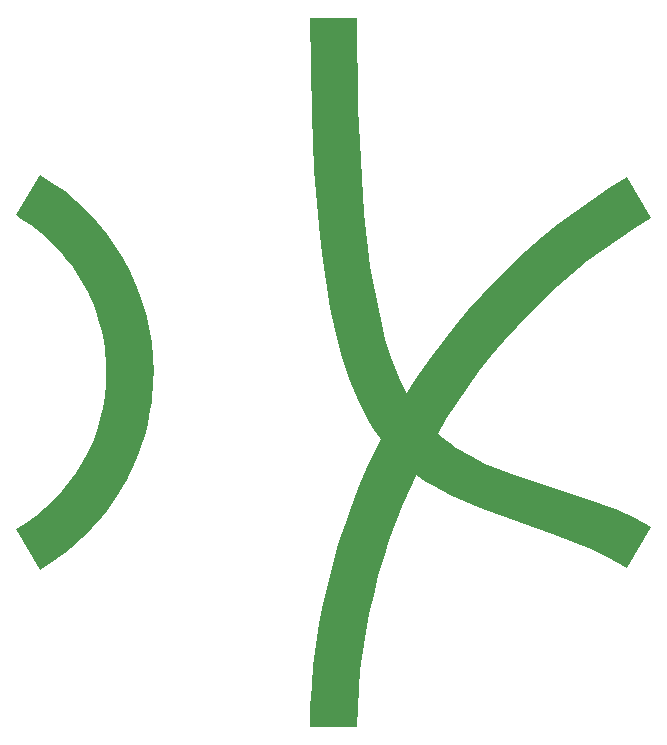
<source format=gbr>
%TF.GenerationSoftware,KiCad,Pcbnew,8.0.8*%
%TF.CreationDate,2025-04-07T13:45:20-04:00*%
%TF.ProjectId,pcb_tile_game_tile_ssa,7063625f-7469-46c6-955f-67616d655f74,1.0*%
%TF.SameCoordinates,Original*%
%TF.FileFunction,Legend,Bot*%
%TF.FilePolarity,Positive*%
%FSLAX46Y46*%
G04 Gerber Fmt 4.6, Leading zero omitted, Abs format (unit mm)*
G04 Created by KiCad (PCBNEW 8.0.8) date 2025-04-07 13:45:20*
%MOMM*%
%LPD*%
G01*
G04 APERTURE LIST*
%ADD10C,0.000000*%
G04 APERTURE END LIST*
D10*
G36*
X166940106Y-66719711D02*
G01*
X166939980Y-66719497D01*
X166940075Y-66719421D01*
X166940106Y-66719711D01*
G37*
G36*
X142048621Y-49968712D02*
G01*
X142171978Y-57614260D01*
X142345032Y-61992981D01*
X142664354Y-66498908D01*
X142895744Y-68742521D01*
X143183955Y-70949473D01*
X143535739Y-73096943D01*
X143957848Y-75162109D01*
X144457033Y-77122152D01*
X145040046Y-78954248D01*
X145713638Y-80635579D01*
X146484561Y-82143322D01*
X146903262Y-82817491D01*
X147346714Y-83445327D01*
X147813867Y-84029324D01*
X148303672Y-84571976D01*
X148815078Y-85075777D01*
X149347038Y-85543221D01*
X149898500Y-85976802D01*
X150468416Y-86379014D01*
X151659412Y-87099308D01*
X152911628Y-87724055D01*
X154216670Y-88273207D01*
X155566142Y-88766716D01*
X161240410Y-90583369D01*
X162686093Y-91097947D01*
X164125832Y-91676596D01*
X165551229Y-92339268D01*
X166953891Y-93105915D01*
X164910479Y-96543201D01*
X163397821Y-95708887D01*
X161865272Y-94975664D01*
X160321233Y-94323583D01*
X158774107Y-93732695D01*
X152722784Y-91582083D01*
X151286260Y-90997917D01*
X149897065Y-90355247D01*
X148563600Y-89634123D01*
X147920393Y-89237907D01*
X147294269Y-88814596D01*
X146686278Y-88361698D01*
X146097472Y-87876717D01*
X145528901Y-87357161D01*
X144981614Y-86800536D01*
X144456662Y-86204348D01*
X143955096Y-85566103D01*
X143477965Y-84883308D01*
X143026320Y-84153469D01*
X142191423Y-82531666D01*
X141457875Y-80735101D01*
X140818927Y-78786605D01*
X140267826Y-76709006D01*
X139797821Y-74525136D01*
X139402160Y-72257824D01*
X139074091Y-69929901D01*
X138806864Y-67564195D01*
X138427928Y-62810759D01*
X138211338Y-58180156D01*
X138049151Y-50018009D01*
X142048621Y-49968708D01*
X142048621Y-49968712D01*
G37*
G36*
X166948062Y-66894089D02*
G01*
X166948062Y-66894093D01*
X165556495Y-67752401D01*
X164193418Y-68655823D01*
X162860050Y-69603120D01*
X161557610Y-70593052D01*
X160287316Y-71624381D01*
X159050387Y-72695868D01*
X157848042Y-73806274D01*
X156681498Y-74954361D01*
X155551976Y-76138890D01*
X154460694Y-77358622D01*
X153408869Y-78612318D01*
X152397722Y-79898739D01*
X151428470Y-81216648D01*
X150502332Y-82564804D01*
X149620527Y-83941969D01*
X148784274Y-85346905D01*
X148003752Y-86761130D01*
X147269050Y-88200052D01*
X146580612Y-89662053D01*
X145938881Y-91145512D01*
X145344302Y-92648810D01*
X144797317Y-94170328D01*
X144298371Y-95708446D01*
X143847907Y-97261544D01*
X143446369Y-98828004D01*
X143094200Y-100406205D01*
X142791845Y-101994528D01*
X142539746Y-103591354D01*
X142338348Y-105195062D01*
X142188094Y-106804035D01*
X142089427Y-108416651D01*
X142042792Y-110031292D01*
X138044311Y-109980289D01*
X138094547Y-108236554D01*
X138200735Y-106495865D01*
X138362430Y-104759849D01*
X138579191Y-103030133D01*
X138850575Y-101308344D01*
X139176140Y-99596107D01*
X139555442Y-97895050D01*
X139988038Y-96206800D01*
X140473488Y-94532984D01*
X141011346Y-92875227D01*
X141601172Y-91235157D01*
X142242522Y-89614401D01*
X142934953Y-88014585D01*
X143678024Y-86437335D01*
X144471291Y-84884280D01*
X145314311Y-83357044D01*
X146217355Y-81839679D01*
X147168977Y-80352977D01*
X148167952Y-78898182D01*
X149213052Y-77476537D01*
X150303052Y-76089286D01*
X151436725Y-74737671D01*
X152612845Y-73422937D01*
X153830184Y-72146327D01*
X155087517Y-70909083D01*
X156383617Y-69712451D01*
X157717257Y-68557672D01*
X159087212Y-67445991D01*
X160492254Y-66378651D01*
X161931158Y-65356894D01*
X163402696Y-64381966D01*
X164905642Y-63455109D01*
X166948062Y-66894089D01*
G37*
G36*
X116259223Y-63916945D02*
G01*
X117296630Y-64662759D01*
X118276287Y-65470256D01*
X119196150Y-66335892D01*
X120054173Y-67256124D01*
X120848311Y-68227410D01*
X121576522Y-69246206D01*
X122236759Y-70308970D01*
X122826978Y-71412159D01*
X123345135Y-72552230D01*
X123789185Y-73725640D01*
X124157083Y-74928846D01*
X124446786Y-76158305D01*
X124656247Y-77410476D01*
X124783424Y-78681814D01*
X124826270Y-79968777D01*
X124815516Y-80613983D01*
X124783424Y-81255716D01*
X124730249Y-81893533D01*
X124656247Y-82526991D01*
X124561674Y-83155649D01*
X124446786Y-83779064D01*
X124311837Y-84396794D01*
X124157083Y-85008398D01*
X123982781Y-85613432D01*
X123789185Y-86211455D01*
X123576551Y-86802025D01*
X123345135Y-87384699D01*
X123095192Y-87959036D01*
X122826978Y-88524593D01*
X122540748Y-89080929D01*
X122236759Y-89627600D01*
X121915265Y-90164165D01*
X121576522Y-90690181D01*
X121220785Y-91205208D01*
X120848311Y-91708801D01*
X120459355Y-92200520D01*
X120054173Y-92679922D01*
X119633019Y-93146566D01*
X119196150Y-93600007D01*
X118743821Y-94039806D01*
X118276287Y-94465519D01*
X117793805Y-94876705D01*
X117296630Y-95272921D01*
X116785018Y-95653725D01*
X116259223Y-96018676D01*
X115719502Y-96367330D01*
X115166110Y-96699245D01*
X113166110Y-93236355D01*
X114033726Y-92696269D01*
X114856959Y-92104706D01*
X115634210Y-91464436D01*
X116363878Y-90778227D01*
X117044364Y-90048850D01*
X117674070Y-89279075D01*
X118251395Y-88471672D01*
X118774739Y-87629410D01*
X119242504Y-86755059D01*
X119653090Y-85851389D01*
X120004897Y-84921169D01*
X120296326Y-83967170D01*
X120525777Y-82992162D01*
X120691651Y-81998914D01*
X120792349Y-80990195D01*
X120826270Y-79968777D01*
X120817756Y-79456652D01*
X120792349Y-78947357D01*
X120750247Y-78441236D01*
X120691652Y-77938637D01*
X120616762Y-77439906D01*
X120525778Y-76945389D01*
X120418899Y-76455431D01*
X120296327Y-75970380D01*
X120158259Y-75490581D01*
X120004898Y-75016381D01*
X119836442Y-74548125D01*
X119653091Y-74086161D01*
X119455046Y-73630835D01*
X119242505Y-73182491D01*
X119015670Y-72741478D01*
X118774741Y-72308141D01*
X118519916Y-71882826D01*
X118251396Y-71465879D01*
X117969381Y-71057647D01*
X117674072Y-70658476D01*
X117365666Y-70268712D01*
X117044366Y-69888701D01*
X116710370Y-69518790D01*
X116363879Y-69159325D01*
X116005093Y-68810652D01*
X115634211Y-68473117D01*
X115251433Y-68147067D01*
X114856960Y-67832847D01*
X114450991Y-67530804D01*
X114033727Y-67241284D01*
X113605366Y-66964633D01*
X113166110Y-66701199D01*
X115166110Y-63236359D01*
X115166110Y-63236355D01*
X116259223Y-63916945D01*
G37*
G36*
X115160461Y-63195296D02*
G01*
X115160427Y-63195275D01*
X115160500Y-63195229D01*
X115160461Y-63195296D01*
G37*
M02*

</source>
